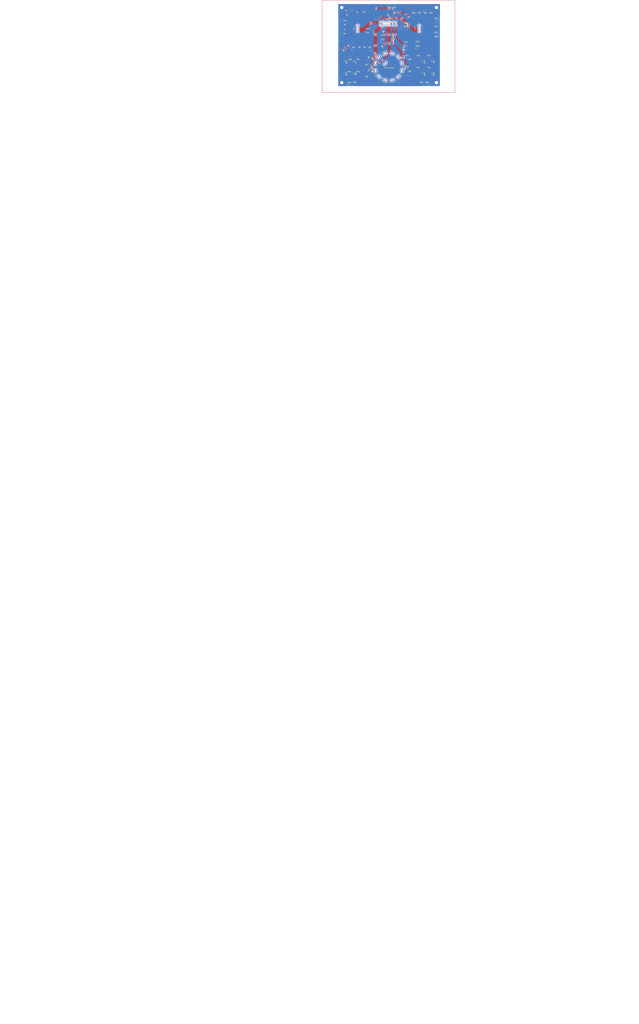
<source format=kicad_pcb>
(kicad_pcb
	(version 20240108)
	(generator "pcbnew")
	(generator_version "8.0")
	(general
		(thickness 1.6)
		(legacy_teardrops no)
	)
	(paper "A4")
	(layers
		(0 "F.Cu" signal)
		(31 "B.Cu" signal)
		(34 "B.Paste" user)
		(35 "F.Paste" user)
		(36 "B.SilkS" user "B.Silkscreen")
		(37 "F.SilkS" user "F.Silkscreen")
		(38 "B.Mask" user)
		(39 "F.Mask" user)
		(44 "Edge.Cuts" user)
		(45 "Margin" user)
		(46 "B.CrtYd" user "B.Courtyard")
		(47 "F.CrtYd" user "F.Courtyard")
		(48 "B.Fab" user)
		(49 "F.Fab" user)
	)
	(setup
		(stackup
			(layer "F.SilkS"
				(type "Top Silk Screen")
				(color "White")
			)
			(layer "F.Paste"
				(type "Top Solder Paste")
			)
			(layer "F.Mask"
				(type "Top Solder Mask")
				(color "Black")
				(thickness 0.01)
			)
			(layer "F.Cu"
				(type "copper")
				(thickness 0.035)
			)
			(layer "dielectric 1"
				(type "core")
				(thickness 1.51)
				(material "FR4")
				(epsilon_r 4.5)
				(loss_tangent 0.02)
			)
			(layer "B.Cu"
				(type "copper")
				(thickness 0.035)
			)
			(layer "B.Mask"
				(type "Bottom Solder Mask")
				(color "Black")
				(thickness 0.01)
			)
			(layer "B.Paste"
				(type "Bottom Solder Paste")
			)
			(layer "B.SilkS"
				(type "Bottom Silk Screen")
				(color "White")
			)
			(copper_finish "None")
			(dielectric_constraints yes)
		)
		(pad_to_mask_clearance 0)
		(allow_soldermask_bridges_in_footprints no)
		(aux_axis_origin 83.75 126.71)
		(grid_origin 83.75 126.71)
		(pcbplotparams
			(layerselection 0x00010fc_ffffffff)
			(plot_on_all_layers_selection 0x0000000_00000000)
			(disableapertmacros no)
			(usegerberextensions no)
			(usegerberattributes yes)
			(usegerberadvancedattributes yes)
			(creategerberjobfile yes)
			(dashed_line_dash_ratio 12.000000)
			(dashed_line_gap_ratio 3.000000)
			(svgprecision 4)
			(plotframeref no)
			(viasonmask no)
			(mode 1)
			(useauxorigin no)
			(hpglpennumber 1)
			(hpglpenspeed 20)
			(hpglpendiameter 15.000000)
			(pdf_front_fp_property_popups yes)
			(pdf_back_fp_property_popups yes)
			(dxfpolygonmode yes)
			(dxfimperialunits yes)
			(dxfusepcbnewfont yes)
			(psnegative no)
			(psa4output no)
			(plotreference yes)
			(plotvalue yes)
			(plotfptext yes)
			(plotinvisibletext no)
			(sketchpadsonfab no)
			(subtractmaskfromsilk no)
			(outputformat 1)
			(mirror no)
			(drillshape 1)
			(scaleselection 1)
			(outputdirectory "")
		)
	)
	(net 0 "")
	(net 1 "/ENG 1 Master")
	(net 2 "GND")
	(net 3 "/ENG 2 Master")
	(net 4 "/LED_PWR")
	(net 5 "Net-(D1-A)")
	(net 6 "Net-(D2-A)")
	(net 7 "Net-(D3-A)")
	(net 8 "Net-(D4-A)")
	(net 9 "Net-(D5-A)")
	(net 10 "Net-(D6-A)")
	(net 11 "Net-(D7-K)")
	(net 12 "Net-(D8-K)")
	(net 13 "Net-(D9-K)")
	(net 14 "Net-(D10-K)")
	(net 15 "/PWM_1")
	(net 16 "VBUS")
	(net 17 "Net-(D15-A)")
	(net 18 "/ENG 1 Fire")
	(net 19 "/ENG 1 Fault")
	(net 20 "Net-(D16-A)")
	(net 21 "/ENG 2 Fire")
	(net 22 "/ENG 2 Fault")
	(net 23 "+3V3")
	(net 24 "/MODE Start")
	(net 25 "Net-(D11-K)")
	(net 26 "Net-(D12-K)")
	(net 27 "Net-(D13-K)")
	(net 28 "Net-(D14-K)")
	(net 29 "Net-(D13-A)")
	(net 30 "Net-(D11-A)")
	(net 31 "Net-(D14-A)")
	(net 32 "Net-(D10-A)")
	(net 33 "Net-(D17-A)")
	(net 34 "Net-(D18-A)")
	(net 35 "Net-(D19-A)")
	(net 36 "Net-(D20-A)")
	(net 37 "Net-(D21-A)")
	(net 38 "Net-(D22-A)")
	(net 39 "Net-(D23-A)")
	(net 40 "Net-(D24-A)")
	(net 41 "Net-(D25-A)")
	(net 42 "Net-(D26-A)")
	(net 43 "Net-(D27-A)")
	(net 44 "/MODE Crank")
	(net 45 "unconnected-(SW3-Pad2)")
	(net 46 "unconnected-(SW3-Pad3)")
	(net 47 "unconnected-(SW3-Pad5)")
	(net 48 "unconnected-(SW3-Pad6)")
	(net 49 "unconnected-(SW3-Pad7)")
	(net 50 "unconnected-(SW3-Pad8)")
	(net 51 "unconnected-(SW3-Pad9)")
	(net 52 "unconnected-(SW3-Pad10)")
	(net 53 "unconnected-(SW3-Pad11)")
	(net 54 "unconnected-(SW3-Pad12)")
	(footprint "LED_SMD:LED_0805_2012Metric" (layer "F.Cu") (at 105.85 120.31))
	(footprint "LED_SMD:LED_0805_2012Metric" (layer "F.Cu") (at 169.3125 120.145 180))
	(footprint "Resistor_SMD:R_0805_2012Metric" (layer "F.Cu") (at 114.1375 91.51 180))
	(footprint "Resistor_SMD:R_0603_1608Metric" (layer "F.Cu") (at 153.15 107.31))
	(footprint "LED_SMD:LED_0805_2012Metric" (layer "F.Cu") (at 117.65 60.01 180))
	(footprint "LED_SMD:LED_0603_1608Metric" (layer "F.Cu") (at 173.25 101.9225 -90))
	(footprint "MountingHole:MountingHole_2.2mm_M2" (layer "F.Cu") (at 176.75 118.71))
	(footprint "LED_SMD:LED_0805_2012Metric" (layer "F.Cu") (at 141.6125 85.21))
	(footprint "Package_TO_SOT_SMD:SOT-23-3" (layer "F.Cu") (at 119.9125 101.96 180))
	(footprint "LED_SMD:LED_0603_1608Metric" (layer "F.Cu") (at 165.75 101.9225 -90))
	(footprint "Resistor_SMD:R_0603_1608Metric" (layer "F.Cu") (at 152.925 98.11))
	(footprint "Resistor_SMD:R_0805_2012Metric" (layer "F.Cu") (at 118.3375 91.61))
	(footprint "LED_SMD:LED_0805_2012Metric" (layer "F.Cu") (at 161.5125 90.61))
	(footprint "Resistor_SMD:R_0805_2012Metric" (layer "F.Cu") (at 142.95 56.11 180))
	(footprint "LED_SMD:LED_0805_2012Metric" (layer "F.Cu") (at 124.34 75.115))
	(footprint "Resistor_SMD:R_0805_2012Metric" (layer "F.Cu") (at 172.15 60.51 180))
	(footprint "Resistor_SMD:R_0805_2012Metric" (layer "F.Cu") (at 132.9875 81.71))
	(footprint "LED_SMD:LED_0805_2012Metric" (layer "F.Cu") (at 176.45 79.61 180))
	(footprint "Resistor_SMD:R_0805_2012Metric" (layer "F.Cu") (at 113 108.21 180))
	(footprint "Resistor_SMD:R_0805_2012Metric" (layer "F.Cu") (at 112.45 60.01))
	(footprint "NiasStuff:C&K_Rotary_Switches" (layer "F.Cu") (at 137.901115 105.861115 90))
	(footprint "LED_SMD:LED_0603_1608Metric" (layer "F.Cu") (at 102.35 102.1225 -90))
	(footprint "Resistor_SMD:R_0805_2012Metric" (layer "F.Cu") (at 105.75 63.5975 90))
	(footprint "Resistor_SMD:R_0805_2012Metric" (layer "F.Cu") (at 164.5375 120.11))
	(footprint "Package_TO_SOT_SMD:SOT-23-3" (layer "F.Cu") (at 155.3125 102.01))
	(footprint "MountingHole:MountingHole_2.2mm_M2" (layer "F.Cu") (at 99.75 57.71))
	(footprint "LED_SMD:LED_0805_2012Metric" (layer "F.Cu") (at 122.4125 91.61 180))
	(footprint "Resistor_SMD:R_0603_1608Metric" (layer "F.Cu") (at 123.35 108.685 90))
	(footprint "Resistor_SMD:R_0805_2012Metric" (layer "F.Cu") (at 170.5375 98.41))
	(footprint "LED_SMD:LED_0603_1608Metric" (layer "F.Cu") (at 109.75 102.1225 -90))
	(footprint "Resistor_SMD:R_0805_2012Metric" (layer "F.Cu") (at 176.55 83.21))
	(footprint "Package_TO_SOT_SMD:SOT-23-3" (layer "F.Cu") (at 155.3125 111.71))
	(footprint "Resistor_SMD:R_0805_2012Metric" (layer "F.Cu") (at 161.45 87.21))
	(footprint "MountingHole:MountingHole_2.2mm_M2" (layer "F.Cu") (at 99.75 118.71))
	(footprint "Resistor_SMD:R_0805_2012Metric" (layer "F.Cu") (at 110.26 120.265 180))
	(footprint "LED_SMD:LED_0805_2012Metric" (layer "F.Cu") (at 138.65 56.11))
	(footprint "Resistor_SMD:R_0805_2012Metric" (layer "F.Cu") (at 176.6375 71.41))
	(footprint "Resistor_SMD:R_0805_2012Metric" (layer "F.Cu") (at 106.4625 98.31 180))
	(footprint "LED_SMD:LED_0805_2012Metric" (layer "F.Cu") (at 151.84 90.635))
	(footprint "LED_SMD:LED_0603_1608Metric"
		(locked yes)
		(layer "F.Cu")
		(uuid "827b074d-15f3-4946-9ba5-dcf0acd9342f")
		(at 109.75 111.7225 -90)
		(descr "LED SMD 0603 (1608 Metric), square (rectangular) end terminal, IPC_7351 nominal, (Body size source: http://www.tortai-tech.com/upload/download/2011102023233369053.pdf), generated with kicad-footprint-generator")
		(tags "LED")
		(property "Reference" "D8"
			(at 0 -1.43 90)
			(layer "F.SilkS")
			(uuid "d49ecd13-2e74-49ed-8538-8d4fc34e561c")
			(effects
				(font
					(size 1 1)
					(thickness 0.15)
				)
			)
		)
		(property "Value" "LED orange"
			(at 0 1.43 90)
			(layer "F.Fab")
			(uuid "5dea2e9c-02ba-4289-9562-28e03050a269")
			(effects
				(font
					(size 1 1)
					(thickness 0.15)
				)
			)
		)
		(property "Footprint" "LED_SMD:LED_0603_1608Metric"
			(at 0 0 -90)
			(unlocked yes)
			(layer "F.Fab")
			(hide yes)
			(uuid "fe367651-6cb3-4e0b-b1df-28d27250c2c3")
			(effects
				(font
					(size 1.27 1.27)
				)
			)
		)
		(property "Datasheet" "https://datasheet.lcsc.com/lcsc/1810201530_BrtLed-Bright-LED-Elec-BL-HKC36G-AV-TRB_C165981.pdf"
			(at 0 0 -90)
			(unlocked yes)
			(layer "F.Fab")
			(hide yes)
			(uuid "200f651e-4166-4cd0-888a-d2ec40417a34")
			(effects
				(font
					(size 1.27 1.27)
				)
			)
		)
		(property "Description" ""
			(at 0 0 -90)
			(unlocked yes)
			(layer "F.Fab")
			(hide yes)
			(uuid "2ef1d732-d674-43e5-a9dc-e5dcbfb7e23e")
			(effects
				(font
					(size 1.27 1.27)
				)
			)
		)
		(property "JLCPCB Part" "C165981"
			(at 0 0 0)
			(layer "F.Fab")
			(hide yes)
			(uuid "b8d94fe5-321d-4566-83db-a1288f445394")
			(effects
				(font
					(size 1 1)
					(thickness 0.15)
				)
			)
		)
		(property "Manufracturer" "BrtLed(Bright LED Elec)"
			(at 0 0 0)
			(layer "F.Fab")
			(hide yes)
			(uuid "1871ad8a-e0e3-4776-b7a5-d8beb10cf941")
			(effects
				(font
					(size 1 1)
					(thickness 0.15)
				)
			)
		)
		(property "Manufracturer Part Number" "BL-HKC36G-AV-TRB"
			(at 0 0 0)
			(layer "F.Fab")
			(hide yes)
			(uuid "e63605c3-726e-4aae-8ec2-d2a55e680106")
			(effects
				(font
					(size 1 1)
					(thickness 0.15)
				)
			)
		)
		(property ki_fp_filters "LED* LED_SMD:* LED_THT:*")
		(path "/e7581cbf-69f8-45dd-821e-e7b98614160f")
		(sheetname "Root")
		(sheetfile "115VU.kicad_sch")
		(attr smd)
		(fp_line
			(start -1.485 0.735)
			(end 0.8 0.735)
			(stroke
				(width 0.12)
				(type solid)
			)
			(layer "F.SilkS")
			(uuid "11a97e68-9cfe-433c-b34c-29bf885d4b26")
		)
		(fp_line
			(start -1.485 -0.735)
			(end -1.485 0.735)
			(stroke
				(width 0.12)
				(type solid)
			)
			(layer "F.SilkS")
			(uuid "1a4d77a8-dffd-40dc-89ae-b147d5f476ca")
		)
		(fp_line
			(start 0.8 -0.735)
			(end -1.485 -0.735)
			(stroke
				(width 0.12)
				(type solid)
			)
			(layer "F.SilkS")
			(uuid "0aaf7adb-7677-4042-a3c1-e0909e19cd3f")
		)
		(fp_line
			(start -1.48 0.73)
			(end -1.48 -0.73)
			
... [1097220 chars truncated]
</source>
